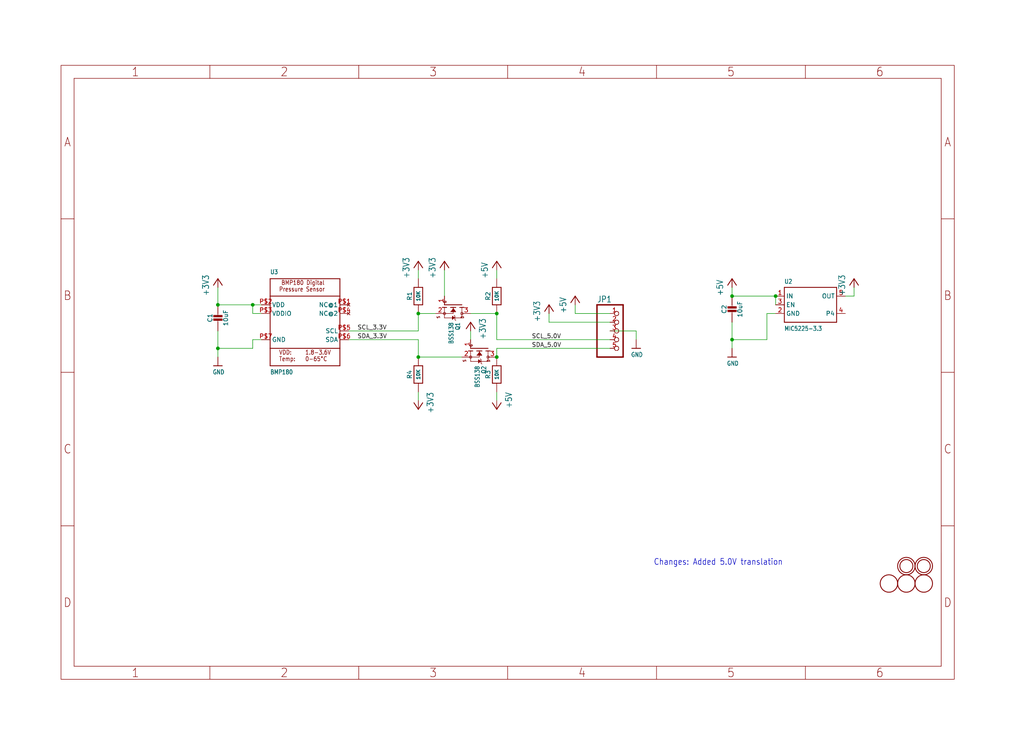
<source format=kicad_sch>
(kicad_sch (version 20230121) (generator eeschema)
  (paper "User" 298.45 217.322)
  (lib_symbols
    (symbol "working-eagle-import:+3V3" (power)
      (property "Value" "+3V3" (at -2.54 -5.08 90))
      (symbol "+3V3_1_0"
        (polyline (pts (xy 0 0) (xy -1.27 -1.905)) (stroke (width 0.254)))
        (polyline (pts (xy 1.27 -1.905) (xy 0 0)) (stroke (width 0.254)))
        (pin power_in line (at 0 -2.54 90) (length 2.54) (name "+3V3") (number "1"))
      )
    )
    (symbol "working-eagle-import:+5V" (power)
      (property "Value" "+5V" (at -2.54 -5.08 90))
      (symbol "+5V_1_0"
        (polyline (pts (xy 0 0) (xy -1.27 -1.905)) (stroke (width 0.254)))
        (polyline (pts (xy 1.27 -1.905) (xy 0 0)) (stroke (width 0.254)))
        (pin power_in line (at 0 -2.54 90) (length 2.54) (name "+5V") (number "1"))
      )
    )
    (symbol "working-eagle-import:BMP180EXT"
      (property "Reference" "U" (at -10.16 13.97 0))
      (symbol "BMP180EXT_1_0"
        (polyline (pts (xy -10.16 -7.62) (xy -10.16 -12.7)) (stroke (width 0.254)))
        (polyline (pts (xy -10.16 -7.62) (xy -10.16 7.62)) (stroke (width 0.254)))
        (polyline (pts (xy -10.16 7.62) (xy 10.16 7.62)) (stroke (width 0.254)))
        (polyline (pts (xy -10.16 12.7) (xy -10.16 7.62)) (stroke (width 0.254)))
        (polyline (pts (xy -10.16 12.7) (xy 10.16 12.7)) (stroke (width 0.254)))
        (polyline (pts (xy 10.16 -12.7) (xy -10.16 -12.7)) (stroke (width 0.254)))
        (polyline (pts (xy 10.16 -7.62) (xy -10.16 -7.62)) (stroke (width 0.254)))
        (polyline (pts (xy 10.16 -7.62) (xy 10.16 -12.7)) (stroke (width 0.254)))
        (polyline (pts (xy 10.16 7.62) (xy 10.16 -7.62)) (stroke (width 0.254)))
        (polyline (pts (xy 10.16 12.7) (xy 10.16 7.62)) (stroke (width 0.254)))
        (text "0-65°C" (at 0 -11.43 0) (effects (font (size 1.27 1.0795)) (justify left bottom)))
        (text "1.8-3.6V" (at 0 -9.525 0) (effects (font (size 1.27 1.0795)) (justify left bottom)))
        (text "BMP180 Digital" (at -6.985 10.795 0) (effects (font (size 1.27 1.0795)) (justify left bottom)))
        (text "Pressure Sensor" (at -7.62 8.89 0) (effects (font (size 1.27 1.0795)) (justify left bottom)))
        (text "Temp:" (at -7.62 -11.43 0) (effects (font (size 1.27 1.0795)) (justify left bottom)))
        (text "VDD:" (at -7.62 -9.525 0) (effects (font (size 1.27 1.0795)) (justify left bottom)))
        (pin no_connect line (at 12.7 5.08 180) (length 2.54) (name "NC@1") (number "P$1"))
        (pin power_in line (at -12.7 5.08 0) (length 2.54) (name "VDD") (number "P$2"))
        (pin power_in line (at -12.7 2.54 0) (length 2.54) (name "VDDIO") (number "P$3"))
        (pin no_connect line (at 12.7 2.54 180) (length 2.54) (name "NC@2") (number "P$4"))
        (pin bidirectional line (at 12.7 -2.54 180) (length 2.54) (name "SCL") (number "P$5"))
        (pin bidirectional line (at 12.7 -5.08 180) (length 2.54) (name "SDA") (number "P$6"))
        (pin power_in line (at -12.7 -5.08 0) (length 2.54) (name "GND") (number "P$7"))
      )
    )
    (symbol "working-eagle-import:CAP_CERAMIC0805-NOOUTLINE"
      (property "Reference" "C" (at -2.29 1.25 90))
      (symbol "CAP_CERAMIC0805-NOOUTLINE_1_0"
        (rectangle (start -1.27 0.508) (end 1.27 1.016) (fill (type outline)))
        (rectangle (start -1.27 1.524) (end 1.27 2.032) (fill (type outline)))
        (polyline (pts (xy 0 0.762) (xy 0 0)) (stroke (width 0.1524)))
        (polyline (pts (xy 0 2.54) (xy 0 1.778)) (stroke (width 0.1524)))
        (pin passive line (at 0 5.08 270) (length 2.54) (name "1") (number "1"))
        (pin passive line (at 0 -2.54 90) (length 2.54) (name "2") (number "2"))
      )
    )
    (symbol "working-eagle-import:FIDUCIAL"
      (symbol "FIDUCIAL_1_0"
        (circle (center 0 0) (radius 2.54) (stroke (width 0.254)))
      )
    )
    (symbol "working-eagle-import:FRAME_A4"
      (symbol "FRAME_A4_1_0"
        (polyline (pts (xy 0 44.7675) (xy 3.81 44.7675)))
        (polyline (pts (xy 0 89.535) (xy 3.81 89.535)))
        (polyline (pts (xy 0 134.3025) (xy 3.81 134.3025)))
        (polyline (pts (xy 3.81 3.81) (xy 3.81 175.26)))
        (polyline (pts (xy 43.3917 0) (xy 43.3917 3.81)))
        (polyline (pts (xy 43.3917 175.26) (xy 43.3917 179.07)))
        (polyline (pts (xy 86.7833 0) (xy 86.7833 3.81)))
        (polyline (pts (xy 86.7833 175.26) (xy 86.7833 179.07)))
        (polyline (pts (xy 130.175 0) (xy 130.175 3.81)))
        (polyline (pts (xy 130.175 175.26) (xy 130.175 179.07)))
        (polyline (pts (xy 173.5667 0) (xy 173.5667 3.81)))
        (polyline (pts (xy 173.5667 175.26) (xy 173.5667 179.07)))
        (polyline (pts (xy 216.9583 0) (xy 216.9583 3.81)))
        (polyline (pts (xy 216.9583 175.26) (xy 216.9583 179.07)))
        (polyline (pts (xy 256.54 3.81) (xy 3.81 3.81)))
        (polyline (pts (xy 256.54 3.81) (xy 256.54 8.89)) (stroke (width 0.1016)))
        (polyline (pts (xy 256.54 3.81) (xy 256.54 175.26)))
        (polyline (pts (xy 256.54 8.89) (xy 256.54 13.97)) (stroke (width 0.1016)))
        (polyline (pts (xy 256.54 13.97) (xy 256.54 19.05)) (stroke (width 0.1016)))
        (polyline (pts (xy 256.54 19.05) (xy 256.54 36.83)) (stroke (width 0.1016)))
        (polyline (pts (xy 256.54 44.7675) (xy 260.35 44.7675)))
        (polyline (pts (xy 256.54 89.535) (xy 260.35 89.535)))
        (polyline (pts (xy 256.54 134.3025) (xy 260.35 134.3025)))
        (polyline (pts (xy 256.54 175.26) (xy 3.81 175.26)))
        (polyline (pts (xy 0 0) (xy 260.35 0) (xy 260.35 179.07) (xy 0 179.07) (xy 0 0)))
        (text "1" (at 21.6958 1.905 0) (effects (font (size 2.54 2.286))))
        (text "1" (at 21.6958 177.165 0) (effects (font (size 2.54 2.286))))
        (text "2" (at 65.0875 1.905 0) (effects (font (size 2.54 2.286))))
        (text "2" (at 65.0875 177.165 0) (effects (font (size 2.54 2.286))))
        (text "3" (at 108.4792 1.905 0) (effects (font (size 2.54 2.286))))
        (text "3" (at 108.4792 177.165 0) (effects (font (size 2.54 2.286))))
        (text "4" (at 151.8708 1.905 0) (effects (font (size 2.54 2.286))))
        (text "4" (at 151.8708 177.165 0) (effects (font (size 2.54 2.286))))
        (text "5" (at 195.2625 1.905 0) (effects (font (size 2.54 2.286))))
        (text "5" (at 195.2625 177.165 0) (effects (font (size 2.54 2.286))))
        (text "6" (at 238.6542 1.905 0) (effects (font (size 2.54 2.286))))
        (text "6" (at 238.6542 177.165 0) (effects (font (size 2.54 2.286))))
        (text "A" (at 1.905 156.6863 0) (effects (font (size 2.54 2.286))))
        (text "A" (at 258.445 156.6863 0) (effects (font (size 2.54 2.286))))
        (text "B" (at 1.905 111.9188 0) (effects (font (size 2.54 2.286))))
        (text "B" (at 258.445 111.9188 0) (effects (font (size 2.54 2.286))))
        (text "C" (at 1.905 67.1513 0) (effects (font (size 2.54 2.286))))
        (text "C" (at 258.445 67.1513 0) (effects (font (size 2.54 2.286))))
        (text "D" (at 1.905 22.3838 0) (effects (font (size 2.54 2.286))))
        (text "D" (at 258.445 22.3838 0) (effects (font (size 2.54 2.286))))
      )
      (symbol "FRAME_A4_2_0"
        (polyline (pts (xy 1.27 -6.35) (xy 1.27 0)) (stroke (width 0.1016)))
        (polyline (pts (xy 1.27 0) (xy 82.55 0)) (stroke (width 0.1016)))
        (polyline (pts (xy 82.55 -6.35) (xy 1.27 -6.35)) (stroke (width 0.1016)))
        (polyline (pts (xy 82.55 0) (xy 82.55 -6.35)) (stroke (width 0.1016)))
        (text "PART OR WHOLE IS STRICTLY PROHIBITED WITHOUT WRITTEN PERMISSION!" (at 3.81 -5.08 0) (effects (font (size 1.27 1.0795)) (justify left bottom)))
        (text "PROPRIETARY" (at 3.81 -10.16 0) (effects (font (size 2.54 2.159) (thickness 0.4318) bold) (justify left bottom)))
        (text "THIS DRAWING CONTAINS CONFIDENTIAL INFORMATION. ANY REPRODUCTION IN" (at 3.81 -2.794 0) (effects (font (size 1.27 1.0795)) (justify left bottom)))
      )
      (symbol "FRAME_A4_3_0"
        (polyline (pts (xy 0 1.27) (xy 20.32 1.27)) (stroke (width 0.6096)))
        (polyline (pts (xy 0 10.16) (xy 0 1.27)) (stroke (width 0.6096)))
        (polyline (pts (xy 0 10.16) (xy 20.32 10.16)) (stroke (width 0.3048)))
        (polyline (pts (xy 0 19.05) (xy 0 10.16)) (stroke (width 0.6096)))
        (polyline (pts (xy 0 19.05) (xy 20.32 19.05)) (stroke (width 0.3048)))
        (polyline (pts (xy 0 27.94) (xy 0 19.05)) (stroke (width 0.6096)))
        (polyline (pts (xy 0 27.94) (xy 20.32 27.94)) (stroke (width 0.3048)))
        (polyline (pts (xy 0 34.29) (xy 0 27.94)) (stroke (width 0.6096)))
        (polyline (pts (xy 20.32 1.27) (xy 20.32 6.35)) (stroke (width 0.3048)))
        (polyline (pts (xy 20.32 1.27) (xy 95.885 1.27)) (stroke (width 0.6096)))
        (polyline (pts (xy 20.32 6.35) (xy 20.32 10.16)) (stroke (width 0.3048)))
        (polyline (pts (xy 20.32 6.35) (xy 88.9 6.35)) (stroke (width 0.3048)))
        (polyline (pts (xy 20.32 10.16) (xy 20.32 19.05)) (stroke (width 0.3048)))
        (polyline (pts (xy 20.32 16.51) (xy 20.32 19.05)) (stroke (width 0.3048)))
        (polyline (pts (xy 20.32 19.05) (xy 20.32 27.94)) (stroke (width 0.3048)))
        (polyline (pts (xy 20.32 27.94) (xy 20.32 34.29)) (stroke (width 0.3048)))
        (polyline (pts (xy 20.32 27.94) (xy 65.0875 27.94)) (stroke (width 0.3048)))
        (polyline (pts (xy 20.32 34.29) (xy 0 34.29)) (stroke (width 0.6096)))
        (polyline (pts (xy 65.0875 27.94) (xy 106.045 27.94)) (stroke (width 0.3048)))
        (polyline (pts (xy 65.0875 34.29) (xy 20.32 34.29)) (stroke (width 0.6096)))
        (polyline (pts (xy 88.9 6.35) (xy 95.885 6.35)) (stroke (width 0.3048)))
        (polyline (pts (xy 88.9 16.51) (xy 20.32 16.51)) (stroke (width 0.3048)))
        (polyline (pts (xy 88.9 16.51) (xy 88.9 6.35)) (stroke (width 0.3048)))
        (polyline (pts (xy 95.885 1.27) (xy 121.92 1.27)) (stroke (width 0.6096)))
        (polyline (pts (xy 95.885 6.35) (xy 95.885 1.27)) (stroke (width 0.3048)))
        (polyline (pts (xy 95.885 6.35) (xy 121.92 6.35)) (stroke (width 0.3048)))
        (polyline (pts (xy 101.6 13.0175) (xy 102.5525 13.0175)) (stroke (width 0.254)))
        (polyline (pts (xy 106.045 27.94) (xy 106.045 34.29)) (stroke (width 0.3048)))
        (polyline (pts (xy 106.045 27.94) (xy 110.49 27.94)) (stroke (width 0.3048)))
        (polyline (pts (xy 106.045 34.29) (xy 65.0875 34.29)) (stroke (width 0.6096)))
        (polyline (pts (xy 110.49 16.51) (xy 88.9 16.51)) (stroke (width 0.3048)))
        (polyline (pts (xy 110.49 27.94) (xy 110.49 16.51)) (stroke (width 0.3048)))
        (polyline (pts (xy 110.49 27.94) (xy 113.03 27.94)) (stroke (width 0.3048)))
        (polyline (pts (xy 113.03 27.94) (xy 121.92 27.94)) (stroke (width 0.3048)))
        (polyline (pts (xy 113.03 34.29) (xy 106.045 34.29)) (stroke (width 0.6096)))
        (polyline (pts (xy 121.92 6.35) (xy 121.92 1.27)) (stroke (width 0.6096)))
        (polyline (pts (xy 121.92 16.51) (xy 110.49 16.51)) (stroke (width 0.3048)))
        (polyline (pts (xy 121.92 16.51) (xy 121.92 6.35)) (stroke (width 0.6096)))
        (polyline (pts (xy 121.92 27.94) (xy 121.92 16.51)) (stroke (width 0.6096)))
        (polyline (pts (xy 121.92 34.29) (xy 113.03 34.29)) (stroke (width 0.6096)))
        (polyline (pts (xy 121.92 34.29) (xy 121.92 27.94)) (stroke (width 0.6096)))
        (circle (center 109.5375 31.115) (radius 1.4199) (stroke (width 0.254)))
        (text "${#}/${##}" (at 109.22 2.54 0) (effects (font (size 2.54 2.54)) (justify left bottom)))
        (text "${CHECKED}" (at 2.54 11.43 0) (effects (font (size 1.778 1.5113)) (justify left bottom)))
        (text "${COMPANY}" (at 23.6538 29.3687 0) (effects (font (size 3.175 2.6987) (thickness 0.5397) bold) (justify left bottom)))
        (text "${CURRENT_DATE}" (at 33.02 8.89 0) (effects (font (size 2.54 2.159)) (justify left bottom)))
        (text "${DATE}" (at 2.54 2.54 0) (effects (font (size 1.778 1.5113)) (justify left bottom)))
        (text "${DRAWN}" (at 2.54 20.32 0) (effects (font (size 1.778 1.5113)) (justify left bottom)))
        (text "${DRGNO}" (at 91.44 8.89 0) (effects (font (size 2.1844 1.8567)) (justify left bottom)))
        (text "${PROJECTNAME}" (at 33.3375 2.54 0) (effects (font (size 2.54 2.159)) (justify left bottom)))
        (text "${REV}" (at 114.3 18.415 0) (effects (font (size 3.81 3.2385)) (justify left bottom)))
        (text "2013" (at 112.7125 30.1625 0) (effects (font (size 1.778 1.5113)) (justify left bottom)))
        (text "C" (at 109.0612 30.48 0) (effects (font (size 1.27 1.0795)) (justify left bottom)))
        (text "CHECKED" (at 1.27 15.875 0) (effects (font (size 1.778 1.5113)) (justify left bottom)))
        (text "DATE" (at 1.27 6.985 0) (effects (font (size 1.778 1.5113)) (justify left bottom)))
        (text "DATE" (at 21.59 12.7 0) (effects (font (size 2.54 2.54)) (justify left bottom)))
        (text "DRAWN" (at 1.27 24.765 0) (effects (font (size 1.778 1.5113)) (justify left bottom)))
        (text "DRG" (at 90.17 12.7 0) (effects (font (size 2.54 2.54)) (justify left bottom)))
        (text "FILE:" (at 21.59 2.54 0) (effects (font (size 2.54 2.54)) (justify left bottom)))
        (text "ISSUE" (at 5.3975 30.1625 0) (effects (font (size 1.9304 1.6408)) (justify left bottom)))
        (text "N" (at 98.7425 12.7 0) (effects (font (size 2.54 2.54)) (justify left bottom)))
        (text "o" (at 101.2825 13.6525 0) (effects (font (size 2.1844 1.8567)) (justify left bottom)))
        (text "PAGE:" (at 97.155 2.54 0) (effects (font (size 2.54 2.54)) (justify left bottom)))
        (text "REV" (at 112.7125 24.13 0) (effects (font (size 2.54 2.54)) (justify left bottom)))
        (text "TITLE" (at 21.59 24.13 0) (effects (font (size 2.54 2.54)) (justify left bottom)))
      )
    )
    (symbol "working-eagle-import:GND" (power)
      (property "Value" "GND" (at -1.524 -2.54 0))
      (symbol "GND_1_0"
        (polyline (pts (xy -1.27 0) (xy 1.27 0)) (stroke (width 0.254)))
        (pin power_in line (at 0 2.54 270) (length 2.54) (name "GND") (number "1"))
      )
    )
    (symbol "working-eagle-import:HEADER-1X570MIL"
      (property "Reference" "JP" (at -6.35 8.255 0))
      (symbol "HEADER-1X570MIL_1_0"
        (polyline (pts (xy -6.35 -7.62) (xy 1.27 -7.62)) (stroke (width 0.4064)))
        (polyline (pts (xy -6.35 7.62) (xy -6.35 -7.62)) (stroke (width 0.4064)))
        (polyline (pts (xy 1.27 -7.62) (xy 1.27 7.62)) (stroke (width 0.4064)))
        (polyline (pts (xy 1.27 7.62) (xy -6.35 7.62)) (stroke (width 0.4064)))
        (pin passive inverted (at -2.54 5.08 0) (length 2.54) (name "1") (number "1"))
        (pin passive inverted (at -2.54 2.54 0) (length 2.54) (name "2") (number "2"))
        (pin passive inverted (at -2.54 0 0) (length 2.54) (name "3") (number "3"))
        (pin passive inverted (at -2.54 -2.54 0) (length 2.54) (name "4") (number "4"))
        (pin passive inverted (at -2.54 -5.08 0) (length 2.54) (name "5") (number "5"))
      )
    )
    (symbol "working-eagle-import:MOSFET-NREFLOW"
      (property "Reference" "Q" (at 5.08 0.635 0))
      (symbol "MOSFET-NREFLOW_1_0"
        (polyline (pts (xy 0 2.54) (xy 0 -2.54)) (stroke (width 0.254)))
        (polyline (pts (xy 0.762 -2.54) (xy 0.762 -3.175)) (stroke (width 0.254)))
        (polyline (pts (xy 0.762 -1.905) (xy 0.762 -2.54)) (stroke (width 0.254)))
        (polyline (pts (xy 0.762 0) (xy 0.762 -0.762)) (stroke (width 0.254)))
        (polyline (pts (xy 0.762 0) (xy 2.54 0)) (stroke (width 0.1524)))
        (polyline (pts (xy 0.762 0.762) (xy 0.762 0)) (stroke (width 0.254)))
        (polyline (pts (xy 0.762 2.54) (xy 0.762 1.905)) (stroke (width 0.254)))
        (polyline (pts (xy 0.762 2.54) (xy 3.81 2.54)) (stroke (width 0.1524)))
        (polyline (pts (xy 0.762 3.175) (xy 0.762 2.54)) (stroke (width 0.254)))
        (polyline (pts (xy 2.54 -2.54) (xy 0.762 -2.54)) (stroke (width 0.1524)))
        (polyline (pts (xy 2.54 -2.54) (xy 3.81 -2.54)) (stroke (width 0.1524)))
        (polyline (pts (xy 2.54 0) (xy 2.54 -2.54)) (stroke (width 0.1524)))
        (polyline (pts (xy 3.302 0.508) (xy 3.048 0.254)) (stroke (width 0.1524)))
        (polyline (pts (xy 3.81 0.508) (xy 3.302 0.508)) (stroke (width 0.1524)))
        (polyline (pts (xy 3.81 0.508) (xy 3.81 -2.54)) (stroke (width 0.1524)))
        (polyline (pts (xy 3.81 2.54) (xy 3.81 0.508)) (stroke (width 0.1524)))
        (polyline (pts (xy 4.318 0.508) (xy 3.81 0.508)) (stroke (width 0.1524)))
        (polyline (pts (xy 4.572 0.762) (xy 4.318 0.508)) (stroke (width 0.1524)))
        (polyline (pts (xy 1.016 0) (xy 2.032 0.762) (xy 2.032 -0.762)) (stroke (width 0.1524)) (fill (type outline)))
        (polyline (pts (xy 3.81 0.508) (xy 3.302 -0.254) (xy 4.318 -0.254)) (stroke (width 0.1524)) (fill (type outline)))
        (circle (center 2.54 -2.54) (radius 0.3592))
        (circle (center 2.54 2.54) (radius 0.3592))
        (text "D" (at 3.175 3.175 0) (effects (font (size 0.8128 0.6908)) (justify left bottom)))
        (text "G" (at -1.27 -1.905 0) (effects (font (size 0.8128 0.6908)) (justify left bottom)))
        (text "S" (at 3.175 -3.81 0) (effects (font (size 0.8128 0.6908)) (justify left bottom)))
        (pin bidirectional line (at -2.54 -2.54 0) (length 2.54) (name "G") (number "1"))
        (pin bidirectional line (at 2.54 -5.08 90) (length 2.54) (name "S") (number "2"))
        (pin bidirectional line (at 2.54 5.08 270) (length 2.54) (name "D") (number "3"))
      )
    )
    (symbol "working-eagle-import:MOUNTINGHOLE2.0"
      (symbol "MOUNTINGHOLE2.0_1_0"
        (circle (center 0 0) (radius 1.905) (stroke (width 0.254)))
        (circle (center 0 0) (radius 2.54) (stroke (width 0.254)))
      )
    )
    (symbol "working-eagle-import:RESISTOR0805_NOOUTLINE"
      (property "Reference" "R" (at 0 2.54 0))
      (symbol "RESISTOR0805_NOOUTLINE_1_0"
        (polyline (pts (xy -2.54 -1.27) (xy -2.54 1.27)) (stroke (width 0.254)))
        (polyline (pts (xy -2.54 1.27) (xy 2.54 1.27)) (stroke (width 0.254)))
        (polyline (pts (xy 2.54 -1.27) (xy -2.54 -1.27)) (stroke (width 0.254)))
        (polyline (pts (xy 2.54 1.27) (xy 2.54 -1.27)) (stroke (width 0.254)))
        (pin passive line (at -5.08 0 0) (length 2.54) (name "1") (number "1"))
        (pin passive line (at 5.08 0 180) (length 2.54) (name "2") (number "2"))
      )
    )
    (symbol "working-eagle-import:RESISTOR_0805MP"
      (property "Reference" "R" (at 0 2.54 0))
      (symbol "RESISTOR_0805MP_1_0"
        (polyline (pts (xy -2.54 -1.27) (xy -2.54 1.27)) (stroke (width 0.254)))
        (polyline (pts (xy -2.54 1.27) (xy 2.54 1.27)) (stroke (width 0.254)))
        (polyline (pts (xy 2.54 -1.27) (xy -2.54 -1.27)) (stroke (width 0.254)))
        (polyline (pts (xy 2.54 1.27) (xy 2.54 -1.27)) (stroke (width 0.254)))
        (pin passive line (at -5.08 0 0) (length 2.54) (name "1") (number "1"))
        (pin passive line (at 5.08 0 180) (length 2.54) (name "2") (number "2"))
      )
    )
    (symbol "working-eagle-import:VREG_SOT23-5"
      (property "Reference" "U" (at -7.62 6.096 0))
      (symbol "VREG_SOT23-5_1_0"
        (polyline (pts (xy -7.62 -5.08) (xy -7.62 5.08)) (stroke (width 0.254)))
        (polyline (pts (xy -7.62 5.08) (xy 7.62 5.08)) (stroke (width 0.254)))
        (polyline (pts (xy 7.62 -5.08) (xy -7.62 -5.08)) (stroke (width 0.254)))
        (polyline (pts (xy 7.62 5.08) (xy 7.62 -5.08)) (stroke (width 0.254)))
        (pin power_in line (at -10.16 2.54 0) (length 2.54) (name "IN") (number "1"))
        (pin power_in line (at -10.16 -2.54 0) (length 2.54) (name "GND") (number "2"))
        (pin input line (at -10.16 0 0) (length 2.54) (name "EN") (number "3"))
        (pin bidirectional line (at 10.16 -2.54 180) (length 2.54) (name "P4") (number "4"))
        (pin power_in line (at 10.16 2.54 180) (length 2.54) (name "OUT") (number "5"))
      )
    )
  )
  (junction (at 73.66 88.9))
  (junction (at 144.78 91.44))
  (junction (at 144.78 104.14))
  (junction (at 121.92 104.14))
  (junction (at 63.5 101.6))
  (junction (at 213.36 86.36))
  (junction (at 213.36 99.06))
  (junction (at 226.06 86.36))
  (junction (at 63.5 88.9))
  (junction (at 121.92 91.44))
  (wire (pts (xy 73.66 91.44) (xy 73.66 88.9)) (stroke (width 0.1524)))
  (wire (pts (xy 144.78 104.14) (xy 144.78 101.6)) (stroke (width 0.1524)))
  (wire (pts (xy 137.16 91.44) (xy 144.78 91.44)) (stroke (width 0.1524)))
  (wire (pts (xy 121.92 104.14) (xy 121.92 99.06)) (stroke (width 0.1524)))
  (wire (pts (xy 63.5 101.6) (xy 63.5 96.52)) (stroke (width 0.1524)))
  (wire (pts (xy 121.92 91.44) (xy 127 91.44)) (stroke (width 0.1524)))
  (wire (pts (xy 144.78 91.44) (xy 144.78 99.06)) (stroke (width 0.1524)))
  (wire (pts (xy 226.06 91.44) (xy 223.52 91.44)) (stroke (width 0.1524)))
  (wire (pts (xy 144.78 99.06) (xy 177.8 99.06)) (stroke (width 0.1524)))
  (wire (pts (xy 137.16 96.52) (xy 137.16 99.06)) (stroke (width 0.1524)))
  (wire (pts (xy 226.06 88.9) (xy 226.06 86.36)) (stroke (width 0.1524)))
  (wire (pts (xy 177.8 91.44) (xy 167.64 91.44)) (stroke (width 0.1524)))
  (wire (pts (xy 167.64 91.44) (xy 167.64 88.9)) (stroke (width 0.1524)))
  (wire (pts (xy 101.6 99.06) (xy 121.92 99.06)) (stroke (width 0.1524)))
  (wire (pts (xy 121.92 78.74) (xy 121.92 81.28)) (stroke (width 0.1524)))
  (wire (pts (xy 246.38 86.36) (xy 248.92 86.36)) (stroke (width 0.1524)))
  (wire (pts (xy 63.5 101.6) (xy 73.66 101.6)) (stroke (width 0.1524)))
  (wire (pts (xy 73.66 88.9) (xy 63.5 88.9)) (stroke (width 0.1524)))
  (wire (pts (xy 129.54 86.36) (xy 129.54 78.74)) (stroke (width 0.1524)))
  (wire (pts (xy 185.42 96.52) (xy 185.42 99.06)) (stroke (width 0.1524)))
  (wire (pts (xy 177.8 96.52) (xy 185.42 96.52)) (stroke (width 0.1524)))
  (wire (pts (xy 144.78 78.74) (xy 144.78 81.28)) (stroke (width 0.1524)))
  (wire (pts (xy 226.06 86.36) (xy 213.36 86.36)) (stroke (width 0.1524)))
  (wire (pts (xy 213.36 99.06) (xy 213.36 93.98)) (stroke (width 0.1524)))
  (wire (pts (xy 144.78 101.6) (xy 177.8 101.6)) (stroke (width 0.1524)))
  (wire (pts (xy 213.36 83.82) (xy 213.36 86.36)) (stroke (width 0.1524)))
  (wire (pts (xy 121.92 96.52) (xy 121.92 91.44)) (stroke (width 0.1524)))
  (wire (pts (xy 160.02 93.98) (xy 177.8 93.98)) (stroke (width 0.1524)))
  (wire (pts (xy 73.66 99.06) (xy 76.2 99.06)) (stroke (width 0.1524)))
  (wire (pts (xy 76.2 91.44) (xy 73.66 91.44)) (stroke (width 0.1524)))
  (wire (pts (xy 63.5 101.6) (xy 63.5 104.14)) (stroke (width 0.1524)))
  (wire (pts (xy 160.02 91.44) (xy 160.02 93.98)) (stroke (width 0.1524)))
  (wire (pts (xy 223.52 91.44) (xy 223.52 99.06)) (stroke (width 0.1524)))
  (wire (pts (xy 121.92 116.84) (xy 121.92 114.3)) (stroke (width 0.1524)))
  (wire (pts (xy 223.52 99.06) (xy 213.36 99.06)) (stroke (width 0.1524)))
  (wire (pts (xy 73.66 101.6) (xy 73.66 99.06)) (stroke (width 0.1524)))
  (wire (pts (xy 144.78 116.84) (xy 144.78 114.3)) (stroke (width 0.1524)))
  (wire (pts (xy 76.2 88.9) (xy 73.66 88.9)) (stroke (width 0.1524)))
  (wire (pts (xy 213.36 99.06) (xy 213.36 101.6)) (stroke (width 0.1524)))
  (wire (pts (xy 121.92 96.52) (xy 101.6 96.52)) (stroke (width 0.1524)))
  (wire (pts (xy 248.92 86.36) (xy 248.92 83.82)) (stroke (width 0.1524)))
  (wire (pts (xy 63.5 88.9) (xy 63.5 83.82)) (stroke (width 0.1524)))
  (wire (pts (xy 134.62 104.14) (xy 121.92 104.14)) (stroke (width 0.1524)))
  (text "Changes: Added 5.0V translation" (at 190.5 165.1 0) (effects (font (size 1.778 1.5113)) (justify left bottom)))
  (label "SDA_3.3V" (at 104.14 99.06 0) (effects (font (size 1.2446 1.2446))))
  (label "SCL_3.3V" (at 104.14 96.52 0) (effects (font (size 1.2446 1.2446))))
  (label "SCL_5.0V" (at 154.94 99.06 0) (effects (font (size 1.2446 1.2446))))
  (label "SDA_5.0V" (at 154.94 101.6 0) (effects (font (size 1.2446 1.2446))))
  (symbol (lib_id "working-eagle-import:+3V3") (at 248.92 81.28 0) (unit 1)
    (property "Reference" "#+3V6" (effects hide))
    (property "Value" "+3V3" (at 246.38 86.36 90) (effects (font (size 1.778 1.5113)) (justify left bottom)))
  )
  (symbol (lib_id "working-eagle-import:+3V3") (at 137.16 93.98 0) (mirror y) (unit 1)
    (property "Reference" "#+3V3" (effects hide))
    (property "Value" "+3V3" (at 139.7 99.06 90) (effects (font (size 1.778 1.5113)) (justify left bottom)))
  )
  (symbol (lib_id "working-eagle-import:+3V3") (at 63.5 81.28 0) (unit 1)
    (property "Reference" "#+3V7" (effects hide))
    (property "Value" "+3V3" (at 60.96 86.36 90) (effects (font (size 1.778 1.5113)) (justify left bottom)))
  )
  (symbol (lib_id "working-eagle-import:FRAME_A4") (at 17.78 198.12 0) (unit 1)
    (property "Reference" "#FRAME1" (effects hide))
    (property "Value" "FRAME_A4" (effects hide))
  )
  (symbol (lib_id "working-eagle-import:+5V") (at 144.78 76.2 0) (unit 1)
    (property "Reference" "#P+1" (effects hide))
    (property "Value" "+5V" (at 142.24 81.28 90) (effects (font (size 1.778 1.5113)) (justify left bottom)))
  )
  (symbol (lib_id "working-eagle-import:GND") (at 213.36 104.14 0) (unit 1)
    (property "Reference" "#U$13" (effects hide))
    (property "Value" "GND" (at 211.836 106.68 0) (effects (font (size 1.27 1.0795)) (justify left bottom)))
  )
  (symbol (lib_id "working-eagle-import:CAP_CERAMIC0805-NOOUTLINE") (at 63.5 93.98 0) (unit 1)
    (property "Reference" "C1" (at 61.21 92.73 90))
    (property "Value" "10uF" (at 65.8 92.73 90))
    (property "Footprint" "working:0805-NO" (effects hide))
  )
  (symbol (lib_id "working-eagle-import:FIDUCIAL") (at 269.24 170.18 0) (unit 1)
    (property "Reference" "U$1" (effects hide))
    (property "Value" "FIDUCIAL" (effects hide))
    (property "Footprint" "working:FIDUCIAL_1MM" (effects hide))
  )
  (symbol (lib_id "working-eagle-import:RESISTOR0805_NOOUTLINE") (at 121.92 109.22 90) (unit 1)
    (property "Reference" "R4" (at 119.38 109.22 0))
    (property "Value" "10K" (at 121.92 109.22 0) (effects (font (size 1.016 1.016) bold)))
    (property "Footprint" "working:0805-NO" (effects hide))
  )
  (symbol (lib_id "working-eagle-import:+3V3") (at 129.54 76.2 0) (unit 1)
    (property "Reference" "#+3V2" (effects hide))
    (property "Value" "+3V3" (at 127 81.28 90) (effects (font (size 1.778 1.5113)) (justify left bottom)))
  )
  (symbol (lib_id "working-eagle-import:FIDUCIAL") (at 259.08 170.18 0) (unit 1)
    (property "Reference" "U$5" (effects hide))
    (property "Value" "FIDUCIAL" (effects hide))
    (property "Footprint" "working:FIDUCIAL_1MM" (effects hide))
  )
  (symbol (lib_id "working-eagle-import:MOUNTINGHOLE2.0") (at 264.16 165.1 0) (unit 1)
    (property "Reference" "U$8" (effects hide))
    (property "Value" "MOUNTINGHOLE2.0" (effects hide))
    (property "Footprint" "working:MOUNTINGHOLE_2.0_PLATED" (effects hide))
  )
  (symbol (lib_id "working-eagle-import:RESISTOR0805_NOOUTLINE") (at 121.92 86.36 90) (unit 1)
    (property "Reference" "R1" (at 119.38 86.36 0))
    (property "Value" "10K" (at 121.92 86.36 0) (effects (font (size 1.016 1.016) bold)))
    (property "Footprint" "working:0805-NO" (effects hide))
  )
  (symbol (lib_id "working-eagle-import:MOSFET-NREFLOW") (at 139.7 101.6 270) (unit 1)
    (property "Reference" "Q2" (at 140.335 106.68 0) (effects (font (size 1.27 1.0795)) (justify left bottom)))
    (property "Value" "BSS138" (at 138.43 106.68 0) (effects (font (size 1.27 1.0795)) (justify left bottom)))
    (property "Footprint" "working:SOT23" (effects hide))
  )
  (symbol (lib_id "working-eagle-import:MOSFET-NREFLOW") (at 132.08 88.9 270) (unit 1)
    (property "Reference" "Q1" (at 132.715 93.98 0) (effects (font (size 1.27 1.0795)) (justify left bottom)))
    (property "Value" "BSS138" (at 130.81 93.98 0) (effects (font (size 1.27 1.0795)) (justify left bottom)))
    (property "Footprint" "working:SOT23" (effects hide))
  )
  (symbol (lib_id "working-eagle-import:MOUNTINGHOLE2.0") (at 269.24 165.1 0) (unit 1)
    (property "Reference" "U$7" (effects hide))
    (property "Value" "MOUNTINGHOLE2.0" (effects hide))
    (property "Footprint" "working:MOUNTINGHOLE_2.0_PLATED" (effects hide))
  )
  (symbol (lib_id "working-eagle-import:RESISTOR0805_NOOUTLINE") (at 144.78 109.22 90) (unit 1)
    (property "Reference" "R3" (at 142.24 109.22 0))
    (property "Value" "10K" (at 144.78 109.22 0) (effects (font (size 1.016 1.016) bold)))
    (property "Footprint" "working:0805-NO" (effects hide))
  )
  (symbol (lib_id "working-eagle-import:HEADER-1X570MIL") (at 180.34 96.52 0) (unit 1)
    (property "Reference" "JP1" (at 173.99 88.265 0) (effects (font (size 1.778 1.5113)) (justify left bottom)))
    (property "Value" "HEADER-1X570MIL" (effects hide))
    (property "Footprint" "working:1X05_ROUND_70" (effects hide))
  )
  (symbol (lib_id "working-eagle-import:GND") (at 185.42 101.6 0) (unit 1)
    (property "Reference" "#U$4" (effects hide))
    (property "Value" "GND" (at 183.896 104.14 0) (effects (font (size 1.27 1.0795)) (justify left bottom)))
  )
  (symbol (lib_id "working-eagle-import:+5V") (at 213.36 81.28 0) (unit 1)
    (property "Reference" "#P+4" (effects hide))
    (property "Value" "+5V" (at 210.82 86.36 90) (effects (font (size 1.778 1.5113)) (justify left bottom)))
  )
  (symbol (lib_id "working-eagle-import:RESISTOR_0805MP") (at 144.78 86.36 90) (unit 1)
    (property "Reference" "R2" (at 142.24 86.36 0))
    (property "Value" "10K" (at 144.78 86.36 0) (effects (font (size 1.016 1.016) bold)))
    (property "Footprint" "working:_0805MP" (effects hide))
  )
  (symbol (lib_id "working-eagle-import:+3V3") (at 160.02 88.9 0) (unit 1)
    (property "Reference" "#+3V1" (effects hide))
    (property "Value" "+3V3" (at 157.48 93.98 90) (effects (font (size 1.778 1.5113)) (justify left bottom)))
  )
  (symbol (lib_id "working-eagle-import:+5V") (at 167.64 86.36 0) (unit 1)
    (property "Reference" "#P+2" (effects hide))
    (property "Value" "+5V" (at 165.1 91.44 90) (effects (font (size 1.778 1.5113)) (justify left bottom)))
  )
  (symbol (lib_id "working-eagle-import:+3V3") (at 121.92 119.38 180) (unit 1)
    (property "Reference" "#+3V5" (effects hide))
    (property "Value" "+3V3" (at 124.46 114.3 90) (effects (font (size 1.778 1.5113)) (justify left bottom)))
  )
  (symbol (lib_id "working-eagle-import:+5V") (at 144.78 119.38 180) (unit 1)
    (property "Reference" "#P+3" (effects hide))
    (property "Value" "+5V" (at 147.32 114.3 90) (effects (font (size 1.778 1.5113)) (justify left bottom)))
  )
  (symbol (lib_id "working-eagle-import:FIDUCIAL") (at 264.16 170.18 0) (unit 1)
    (property "Reference" "U$15" (effects hide))
    (property "Value" "FIDUCIAL" (effects hide))
    (property "Footprint" "working:FIDUCIAL_1MM" (effects hide))
  )
  (symbol (lib_id "working-eagle-import:+3V3") (at 121.92 76.2 0) (unit 1)
    (property "Reference" "#+3V4" (effects hide))
    (property "Value" "+3V3" (at 119.38 81.28 90) (effects (font (size 1.778 1.5113)) (justify left bottom)))
  )
  (symbol (lib_id "working-eagle-import:BMP180EXT") (at 88.9 93.98 0) (unit 1)
    (property "Reference" "U3" (at 78.74 80.01 0) (effects (font (size 1.27 1.0795)) (justify left bottom)))
    (property "Value" "BMP180" (at 78.74 109.22 0) (effects (font (size 1.27 1.0795)) (justify left bottom)))
    (property "Footprint" "working:BMP180_EXTENDED" (effects hide))
  )
  (symbol (lib_id "working-eagle-import:GND") (at 63.5 106.68 0) (unit 1)
    (property "Reference" "#U$3" (effects hide))
    (property "Value" "GND" (at 61.976 109.22 0) (effects (font (size 1.27 1.0795)) (justify left bottom)))
  )
  (symbol (lib_id "working-eagle-import:CAP_CERAMIC0805-NOOUTLINE") (at 213.36 91.44 0) (unit 1)
    (property "Reference" "C2" (at 211.07 90.19 90))
    (property "Value" "10uF" (at 215.66 90.19 90))
    (property "Footprint" "working:0805-NO" (effects hide))
  )
  (symbol (lib_id "working-eagle-import:VREG_SOT23-5") (at 236.22 88.9 0) (unit 1)
    (property "Reference" "U2" (at 228.6 82.804 0) (effects (font (size 1.27 1.0795)) (justify left bottom)))
    (property "Value" "MIC5225-3.3" (at 228.6 96.52 0) (effects (font (size 1.27 1.0795)) (justify left bottom)))
    (property "Footprint" "working:SOT23-5" (effects hide))
  )
)
</source>
